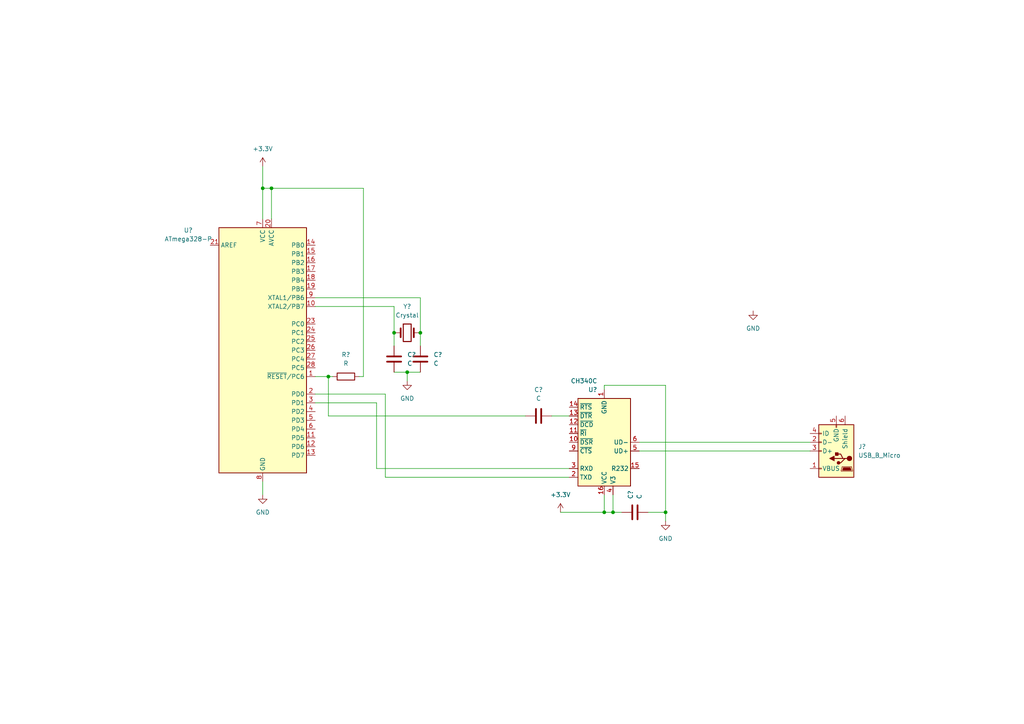
<source format=kicad_sch>
(kicad_sch (version 20211123) (generator eeschema)
  (paper "A4")
  (lib_symbols
    (symbol "Connector:USB_B_Micro" (pin_names (offset 1.016))
      (property "Reference" "J" (at -5.08 11.43 0))
      (property "Value" "USB_B_Micro" (at -5.08 8.89 0))
      (symbol "USB_B_Micro_0_1"
        (rectangle (start -5.08 -7.62) (end 5.08 7.62) (stroke (width 0.254)) (fill (type background)))
        (circle (center -3.81 2.159) (radius 0.635) (stroke (width 0.254)) (fill (type outline)))
        (circle (center -0.635 3.429) (radius 0.381) (stroke (width 0.254)) (fill (type outline)))
        (rectangle (start -0.127 -7.62) (end 0.127 -6.858))
        (polyline (pts (xy -1.905 2.159) (xy 0.635 2.159)) (stroke (width 0.254)))
        (polyline (pts (xy -3.175 2.159) (xy -2.54 2.159) (xy -1.27 3.429) (xy -0.635 3.429)) (stroke (width 0.254)))
        (polyline (pts (xy -2.54 2.159) (xy -1.905 2.159) (xy -1.27 0.889) (xy 0 0.889)) (stroke (width 0.254)))
        (polyline (pts (xy 0.635 2.794) (xy 0.635 1.524) (xy 1.905 2.159) (xy 0.635 2.794)) (stroke (width 0.254)) (fill (type outline)))
        (polyline (pts (xy -4.318 5.588) (xy -1.778 5.588) (xy -2.032 4.826) (xy -4.064 4.826) (xy -4.318 5.588)) (fill (type outline)))
        (polyline (pts (xy -4.699 5.842) (xy -4.699 5.588) (xy -4.445 4.826) (xy -4.445 4.572) (xy -1.651 4.572) (xy -1.651 4.826) (xy -1.397 5.588) (xy -1.397 5.842) (xy -4.699 5.842)))
        (rectangle (start 0.254 1.27) (end -0.508 0.508) (stroke (width 0.254)) (fill (type outline)))
        (rectangle (start 5.08 -5.207) (end 4.318 -4.953))
        (rectangle (start 5.08 -2.667) (end 4.318 -2.413))
        (rectangle (start 5.08 -0.127) (end 4.318 0.127))
        (rectangle (start 5.08 4.953) (end 4.318 5.207))
      )
      (symbol "USB_B_Micro_1_1"
        (pin power_out line (at 7.62 5.08 180) (length 2.54) (name "VBUS") (number "1"))
        (pin bidirectional line (at 7.62 -2.54 180) (length 2.54) (name "D-") (number "2"))
        (pin bidirectional line (at 7.62 0 180) (length 2.54) (name "D+") (number "3"))
        (pin passive line (at 7.62 -5.08 180) (length 2.54) (name "ID") (number "4"))
        (pin power_out line (at 0 -10.16 90) (length 2.54) (name "GND") (number "5"))
        (pin passive line (at -2.54 -10.16 90) (length 2.54) (name "Shield") (number "6"))
      )
    )
    (symbol "Device:C" (pin_numbers hide) (pin_names (offset 0.254))
      (property "Reference" "C" (at 0.635 2.54 0))
      (property "Value" "C" (at 0.635 -2.54 0))
      (symbol "C_0_1"
        (polyline (pts (xy -2.032 -0.762) (xy 2.032 -0.762)) (stroke (width 0.508)))
        (polyline (pts (xy -2.032 0.762) (xy 2.032 0.762)) (stroke (width 0.508)))
      )
      (symbol "C_1_1"
        (pin passive line (at 0 3.81 270) (length 2.794) (name "~") (number "1"))
        (pin passive line (at 0 -3.81 90) (length 2.794) (name "~") (number "2"))
      )
    )
    (symbol "Device:Crystal" (pin_numbers hide) (pin_names (offset 1.016) hide)
      (property "Reference" "Y" (at 0 3.81 0))
      (property "Value" "Crystal" (at 0 -3.81 0))
      (symbol "Crystal_0_1"
        (rectangle (start -1.143 2.54) (end 1.143 -2.54) (stroke (width 0.3048)))
        (polyline (pts (xy -2.54 0) (xy -1.905 0)))
        (polyline (pts (xy -1.905 -1.27) (xy -1.905 1.27)) (stroke (width 0.508)))
        (polyline (pts (xy 1.905 -1.27) (xy 1.905 1.27)) (stroke (width 0.508)))
        (polyline (pts (xy 2.54 0) (xy 1.905 0)))
      )
      (symbol "Crystal_1_1"
        (pin passive line (at -3.81 0 0) (length 1.27) (name "1") (number "1"))
        (pin passive line (at 3.81 0 180) (length 1.27) (name "2") (number "2"))
      )
    )
    (symbol "Device:R" (pin_numbers hide) (pin_names (offset 0))
      (property "Reference" "R" (at 2.032 0 90))
      (property "Value" "R" (at 0 0 90))
      (symbol "R_0_1"
        (rectangle (start -1.016 -2.54) (end 1.016 2.54) (stroke (width 0.254)))
      )
      (symbol "R_1_1"
        (pin passive line (at 0 3.81 270) (length 1.27) (name "~") (number "1"))
        (pin passive line (at 0 -3.81 90) (length 1.27) (name "~") (number "2"))
      )
    )
    (symbol "Interface_USB:CH340C"
      (property "Reference" "U" (at -5.08 13.97 0))
      (property "Value" "CH340C" (at 1.27 13.97 0))
      (symbol "CH340C_0_1"
        (rectangle (start -7.62 12.7) (end 7.62 -12.7) (stroke (width 0.254)) (fill (type background)))
      )
      (symbol "CH340C_1_1"
        (pin power_in line (at 0 -15.24 90) (length 2.54) (name "GND") (number "1"))
        (pin input line (at 10.16 0 180) (length 2.54) (name "~{DSR}") (number "10"))
        (pin input line (at 10.16 -2.54 180) (length 2.54) (name "~{RI}") (number "11"))
        (pin input line (at 10.16 -5.08 180) (length 2.54) (name "~{DCD}") (number "12"))
        (pin output line (at 10.16 -7.62 180) (length 2.54) (name "~{DTR}") (number "13"))
        (pin output line (at 10.16 -10.16 180) (length 2.54) (name "~{RTS}") (number "14"))
        (pin input line (at -10.16 7.62 0) (length 2.54) (name "R232") (number "15"))
        (pin power_in line (at 0 15.24 270) (length 2.54) (name "VCC") (number "16"))
        (pin output line (at 10.16 10.16 180) (length 2.54) (name "TXD") (number "2"))
        (pin input line (at 10.16 7.62 180) (length 2.54) (name "RXD") (number "3"))
        (pin passive line (at -2.54 15.24 270) (length 2.54) (name "V3") (number "4"))
        (pin bidirectional line (at -10.16 2.54 0) (length 2.54) (name "UD+") (number "5"))
        (pin bidirectional line (at -10.16 0 0) (length 2.54) (name "UD-") (number "6"))
        (pin no_connect line (at -7.62 -7.62 0) (length 2.54) hide (name "NC") (number "7"))
        (pin no_connect line (at -7.62 -10.16 0) (length 2.54) hide (name "NC") (number "8"))
        (pin input line (at 10.16 2.54 180) (length 2.54) (name "~{CTS}") (number "9"))
      )
    )
    (symbol "MCU_Microchip_ATmega:ATmega328-P"
      (property "Reference" "U" (at -12.7 36.83 0))
      (property "Value" "ATmega328-P" (at 2.54 -36.83 0))
      (symbol "ATmega328-P_0_1"
        (rectangle (start -12.7 -35.56) (end 12.7 35.56) (stroke (width 0.254)) (fill (type background)))
      )
      (symbol "ATmega328-P_1_1"
        (pin bidirectional line (at 15.24 -7.62 180) (length 2.54) (name "~{RESET}/PC6") (number "1"))
        (pin bidirectional line (at 15.24 12.7 180) (length 2.54) (name "XTAL2/PB7") (number "10"))
        (pin bidirectional line (at 15.24 -25.4 180) (length 2.54) (name "PD5") (number "11"))
        (pin bidirectional line (at 15.24 -27.94 180) (length 2.54) (name "PD6") (number "12"))
        (pin bidirectional line (at 15.24 -30.48 180) (length 2.54) (name "PD7") (number "13"))
        (pin bidirectional line (at 15.24 30.48 180) (length 2.54) (name "PB0") (number "14"))
        (pin bidirectional line (at 15.24 27.94 180) (length 2.54) (name "PB1") (number "15"))
        (pin bidirectional line (at 15.24 25.4 180) (length 2.54) (name "PB2") (number "16"))
        (pin bidirectional line (at 15.24 22.86 180) (length 2.54) (name "PB3") (number "17"))
        (pin bidirectional line (at 15.24 20.32 180) (length 2.54) (name "PB4") (number "18"))
        (pin bidirectional line (at 15.24 17.78 180) (length 2.54) (name "PB5") (number "19"))
        (pin bidirectional line (at 15.24 -12.7 180) (length 2.54) (name "PD0") (number "2"))
        (pin power_in line (at 2.54 38.1 270) (length 2.54) (name "AVCC") (number "20"))
        (pin passive line (at -15.24 30.48 0) (length 2.54) (name "AREF") (number "21"))
        (pin passive line (at 0 -38.1 90) (length 2.54) hide (name "GND") (number "22"))
        (pin bidirectional line (at 15.24 7.62 180) (length 2.54) (name "PC0") (number "23"))
        (pin bidirectional line (at 15.24 5.08 180) (length 2.54) (name "PC1") (number "24"))
        (pin bidirectional line (at 15.24 2.54 180) (length 2.54) (name "PC2") (number "25"))
        (pin bidirectional line (at 15.24 0 180) (length 2.54) (name "PC3") (number "26"))
        (pin bidirectional line (at 15.24 -2.54 180) (length 2.54) (name "PC4") (number "27"))
        (pin bidirectional line (at 15.24 -5.08 180) (length 2.54) (name "PC5") (number "28"))
        (pin bidirectional line (at 15.24 -15.24 180) (length 2.54) (name "PD1") (number "3"))
        (pin bidirectional line (at 15.24 -17.78 180) (length 2.54) (name "PD2") (number "4"))
        (pin bidirectional line (at 15.24 -20.32 180) (length 2.54) (name "PD3") (number "5"))
        (pin bidirectional line (at 15.24 -22.86 180) (length 2.54) (name "PD4") (number "6"))
        (pin power_in line (at 0 38.1 270) (length 2.54) (name "VCC") (number "7"))
        (pin power_in line (at 0 -38.1 90) (length 2.54) (name "GND") (number "8"))
        (pin bidirectional line (at 15.24 15.24 180) (length 2.54) (name "XTAL1/PB6") (number "9"))
      )
    )
    (symbol "power:+3.3V" (power) (pin_names (offset 0))
      (property "Value" "+3.3V" (at 0 3.556 0))
      (symbol "+3.3V_0_1"
        (polyline (pts (xy -0.762 1.27) (xy 0 2.54)))
        (polyline (pts (xy 0 0) (xy 0 2.54)))
        (polyline (pts (xy 0 2.54) (xy 0.762 1.27)))
      )
      (symbol "+3.3V_1_1"
        (pin power_in line (at 0 0 90) (length 0) hide (name "+3.3V") (number "1"))
      )
    )
    (symbol "power:GND" (power) (pin_names (offset 0))
      (property "Value" "GND" (at 0 -3.81 0))
      (symbol "GND_0_1"
        (polyline (pts (xy 0 0) (xy 0 -1.27) (xy 1.27 -1.27) (xy 0 -2.54) (xy -1.27 -1.27) (xy 0 -1.27)))
      )
      (symbol "GND_1_1"
        (pin power_in line (at 0 0 270) (length 0) hide (name "GND") (number "1"))
      )
    )
  )
  (junction (at 121.92 96.52))
  (junction (at 175.26 148.59))
  (junction (at 177.8 148.59))
  (junction (at 95.25 109.22))
  (junction (at 76.2 54.61))
  (junction (at 114.3 96.52))
  (junction (at 193.04 148.59))
  (junction (at 118.11 107.95))
  (junction (at 78.74 54.61))
  (wire (pts (xy 91.44 116.84) (xy 109.22 116.84)))
  (wire (pts (xy 78.74 54.61) (xy 78.74 63.5)))
  (wire (pts (xy 91.44 86.36) (xy 121.92 86.36)))
  (wire (pts (xy 121.92 96.52) (xy 121.92 100.33)))
  (wire (pts (xy 165.1 138.43) (xy 111.76 138.43)))
  (wire (pts (xy 105.41 109.22) (xy 105.41 54.61)))
  (wire (pts (xy 95.25 109.22) (xy 96.52 109.22)))
  (wire (pts (xy 76.2 54.61) (xy 78.74 54.61)))
  (wire (pts (xy 185.42 128.27) (xy 234.95 128.27)))
  (wire (pts (xy 177.8 148.59) (xy 180.34 148.59)))
  (wire (pts (xy 175.26 143.51) (xy 175.26 148.59)))
  (wire (pts (xy 109.22 116.84) (xy 109.22 135.89)))
  (wire (pts (xy 91.44 109.22) (xy 95.25 109.22)))
  (wire (pts (xy 111.76 138.43) (xy 111.76 114.3)))
  (wire (pts (xy 76.2 48.26) (xy 76.2 54.61)))
  (wire (pts (xy 95.25 120.65) (xy 152.4 120.65)))
  (wire (pts (xy 114.3 96.52) (xy 114.3 100.33)))
  (wire (pts (xy 118.11 107.95) (xy 118.11 110.49)))
  (wire (pts (xy 105.41 54.61) (xy 78.74 54.61)))
  (wire (pts (xy 109.22 135.89) (xy 165.1 135.89)))
  (wire (pts (xy 104.14 109.22) (xy 105.41 109.22)))
  (wire (pts (xy 175.26 111.76) (xy 193.04 111.76)))
  (wire (pts (xy 162.56 148.59) (xy 175.26 148.59)))
  (wire (pts (xy 185.42 130.81) (xy 234.95 130.81)))
  (wire (pts (xy 160.02 120.65) (xy 165.1 120.65)))
  (wire (pts (xy 175.26 148.59) (xy 177.8 148.59)))
  (wire (pts (xy 121.92 86.36) (xy 121.92 96.52)))
  (wire (pts (xy 177.8 148.59) (xy 177.8 143.51)))
  (wire (pts (xy 114.3 107.95) (xy 118.11 107.95)))
  (wire (pts (xy 114.3 96.52) (xy 114.3 88.9)))
  (wire (pts (xy 193.04 148.59) (xy 193.04 151.13)))
  (wire (pts (xy 114.3 88.9) (xy 91.44 88.9)))
  (wire (pts (xy 118.11 107.95) (xy 121.92 107.95)))
  (wire (pts (xy 76.2 139.7) (xy 76.2 143.51)))
  (wire (pts (xy 193.04 111.76) (xy 193.04 148.59)))
  (wire (pts (xy 76.2 63.5) (xy 76.2 54.61)))
  (wire (pts (xy 187.96 148.59) (xy 193.04 148.59)))
  (wire (pts (xy 95.25 120.65) (xy 95.25 109.22)))
  (wire (pts (xy 175.26 111.76) (xy 175.26 113.03)))
  (wire (pts (xy 111.76 114.3) (xy 91.44 114.3)))
  (symbol (lib_id "MCU_Microchip_ATmega:ATmega328-P") (at 76.2 101.6 0) (unit 1)
    (property "Reference" "U?" (at 54.61 66.7893 0))
    (property "Value" "ATmega328-P" (at 54.61 69.3293 0))
    (property "Footprint" "Package_DIP:DIP-28_W7.62mm" (effects hide))
    (property "Datasheet" "http://ww1.microchip.com/downloads/en/DeviceDoc/ATmega328_P%20AVR%20MCU%20with%20picoPower%20Technology%20Data%20Sheet%2040001984A.pdf" (effects hide))
  )
  (symbol (lib_id "Device:C") (at 114.3 104.14 0) (unit 1)
    (property "Reference" "C?" (at 118.11 102.8699 0) (effects (justify left)))
    (property "Value" "C" (at 118.11 105.4099 0) (effects (justify left)))
    (property "Footprint" "Capacitor_THT:C_Disc_D3.0mm_W1.6mm_P2.50mm" (effects hide))
  )
  (symbol (lib_id "Connector:USB_B_Micro") (at 242.57 130.81 180) (unit 1)
    (property "Reference" "J?" (at 248.92 129.5399 0) (effects (justify right)))
    (property "Value" "USB_B_Micro" (at 248.92 132.0799 0) (effects (justify right)))
  )
  (symbol (lib_id "Device:C") (at 121.92 104.14 0) (unit 1)
    (property "Reference" "C?" (at 125.73 102.8699 0) (effects (justify left)))
    (property "Value" "C" (at 125.73 105.4099 0) (effects (justify left)))
    (property "Footprint" "Capacitor_THT:C_Disc_D3.0mm_W1.6mm_P2.50mm" (effects hide))
  )
  (symbol (lib_id "power:+3.3V") (at 162.56 148.59 0) (unit 1)
    (property "Reference" "#PWR?" (effects hide))
    (property "Value" "+3.3V" (at 162.56 143.51 0))
  )
  (symbol (lib_id "power:GND") (at 193.04 151.13 0) (unit 1)
    (property "Reference" "#PWR?" (effects hide))
    (property "Value" "GND" (at 193.04 156.21 0))
  )
  (symbol (lib_id "Device:R") (at 100.33 109.22 90) (unit 1)
    (property "Reference" "R?" (at 100.33 102.87 90))
    (property "Value" "R" (at 100.33 105.41 90))
    (property "Footprint" "OptoDevice:R_LDR_5.2x5.2mm_P3.5mm_Horizontal" (effects hide))
  )
  (symbol (lib_id "Device:Crystal") (at 118.11 96.52 180) (unit 1)
    (property "Reference" "Y?" (at 118.11 88.9 0))
    (property "Value" "Crystal" (at 118.11 91.44 0))
  )
  (symbol (lib_id "Device:C") (at 184.15 148.59 90) (unit 1)
    (property "Reference" "C?" (at 182.8799 144.78 0) (effects (justify left)))
    (property "Value" "C" (at 185.4199 144.78 0) (effects (justify left)))
    (property "Footprint" "Capacitor_THT:C_Disc_D3.0mm_W1.6mm_P2.50mm" (effects hide))
  )
  (symbol (lib_id "Interface_USB:CH340C") (at 175.26 128.27 180) (unit 1)
    (property "Reference" "U?" (at 173.2406 113.03 0) (effects (justify left)))
    (property "Value" "CH340C" (at 173.2406 110.49 0) (effects (justify left)))
    (property "Footprint" "Package_SO:SOIC-16_3.9x9.9mm_P1.27mm" (effects hide))
    (property "Datasheet" "https://datasheet.lcsc.com/szlcsc/Jiangsu-Qin-Heng-CH340C_C84681.pdf" (effects hide))
  )
  (symbol (lib_id "Device:C") (at 156.21 120.65 90) (unit 1)
    (property "Reference" "C?" (at 156.21 113.03 90))
    (property "Value" "C" (at 156.21 115.57 90))
    (property "Footprint" "Capacitor_THT:C_Disc_D3.0mm_W1.6mm_P2.50mm" (effects hide))
  )
  (symbol (lib_id "power:GND") (at 76.2 143.51 0) (unit 1)
    (property "Reference" "#PWR?" (effects hide))
    (property "Value" "GND" (at 76.2 148.59 0))
  )
  (symbol (lib_id "power:+3.3V") (at 76.2 48.26 0) (unit 1)
    (property "Reference" "#PWR?" (effects hide))
    (property "Value" "+3.3V" (at 76.2 43.18 0))
  )
  (symbol (lib_id "power:GND") (at 218.44 90.17 0) (unit 1)
    (property "Reference" "#PWR?" (effects hide))
    (property "Value" "GND" (at 218.44 95.25 0))
  )
  (symbol (lib_id "power:GND") (at 118.11 110.49 0) (unit 1)
    (property "Reference" "#PWR?" (effects hide))
    (property "Value" "GND" (at 118.11 115.57 0))
  )
)
</source>
